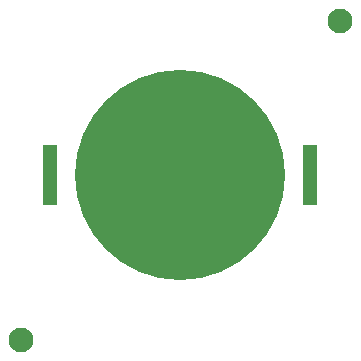
<source format=gbr>
%TF.GenerationSoftware,KiCad,Pcbnew,7.0.6*%
%TF.CreationDate,2023-09-02T17:04:30+01:00*%
%TF.ProjectId,gbc_fidget,6762635f-6669-4646-9765-742e6b696361,rev?*%
%TF.SameCoordinates,Original*%
%TF.FileFunction,Soldermask,Bot*%
%TF.FilePolarity,Negative*%
%FSLAX46Y46*%
G04 Gerber Fmt 4.6, Leading zero omitted, Abs format (unit mm)*
G04 Created by KiCad (PCBNEW 7.0.6) date 2023-09-02 17:04:30*
%MOMM*%
%LPD*%
G01*
G04 APERTURE LIST*
%ADD10C,2.100000*%
%ADD11R,1.270000X5.080000*%
%ADD12C,17.800000*%
G04 APERTURE END LIST*
D10*
%TO.C,H2*%
X145364200Y-87858600D03*
%TD*%
%TO.C,H1*%
X172364400Y-60858400D03*
%TD*%
D11*
%TO.C,BT1*%
X169811200Y-73914000D03*
X147841200Y-73914000D03*
D12*
X158826200Y-73914000D03*
%TD*%
M02*

</source>
